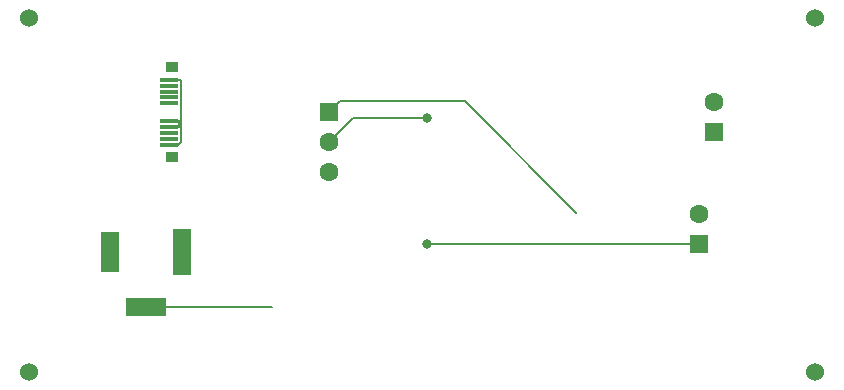
<source format=gbl>
%FSTAX23Y23*%
%MOIN*%
%SFA1B1*%

%IPPOS*%
%ADD34R,0.059060X0.013780*%
%ADD44C,0.005910*%
%ADD46C,0.060000*%
%ADD47R,0.062990X0.062990*%
%ADD48C,0.062990*%
%ADD49R,0.137800X0.059060*%
%ADD50R,0.059060X0.137800*%
%ADD51R,0.059060X0.157480*%
%ADD52C,0.031500*%
%ADD53C,0.001000*%
%ADD54R,0.039370X0.035430*%
%LNpcb1_(1)-1*%
%LPD*%
G54D34*
X00517Y01023D03*
Y01003D03*
Y00983D03*
Y00964D03*
Y00944D03*
Y00885D03*
Y00865D03*
Y00846D03*
Y00826D03*
Y00806D03*
G54D44*
X01503Y00952D02*
X01874Y0058D01*
X00552Y01023D02*
X00557D01*
X00552D02*
X00557Y01018D01*
Y00816D02*
Y01018D01*
X00547Y00806D02*
X00557Y00816D01*
X0044Y00265D02*
X00858D01*
X01366Y00473D02*
X01369Y00476D01*
X02249*
X02249Y00475*
X02284*
X00517Y01023D02*
X00552D01*
X00517Y00806D02*
X00547D01*
X01049Y00915D02*
X01085Y00952D01*
X01503*
X01049Y00815D02*
X0113Y00897D01*
X01366*
X00517Y00865D02*
X0055D01*
Y0089*
G54D46*
X0267Y0123D03*
Y0005D03*
X0005D03*
Y0123D03*
G54D47*
X02284Y00475D03*
X01049Y00915D03*
X02334Y0085D03*
G54D48*
X02284Y00575D03*
X01049Y00815D03*
Y00715D03*
X02334Y0095D03*
G54D49*
X0044Y00265D03*
G54D50*
X00321Y0045D03*
G54D51*
X00558Y0045D03*
G54D52*
X01375Y00475D03*
Y00895D03*
G54D53*
X00557Y01023D03*
X00858Y00265D03*
X01874Y0058D03*
X0055Y0089D03*
G54D54*
X00527Y01065D03*
Y00764D03*
M02*
</source>
